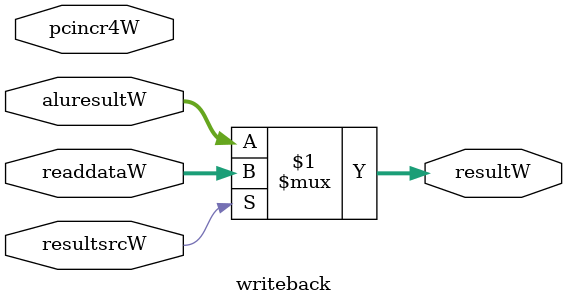
<source format=v>
module writeback (resultsrcW,resultW,readdataW,aluresultW,pcincr4W);
input  resultsrcW;
input [31:0] readdataW,aluresultW,pcincr4W;
output [31:0] resultW;

assign resultW = (resultsrcW) ? readdataW : aluresultW;


endmodule //writeback
</source>
